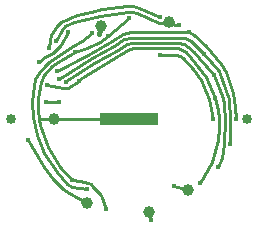
<source format=gbl>
G04 #@! TF.GenerationSoftware,KiCad,Pcbnew,(5.1.8)-1*
G04 #@! TF.CreationDate,2021-06-14T15:46:15+01:00*
G04 #@! TF.ProjectId,amulet,616d756c-6574-42e6-9b69-6361645f7063,rev?*
G04 #@! TF.SameCoordinates,Original*
G04 #@! TF.FileFunction,Copper,L2,Bot*
G04 #@! TF.FilePolarity,Positive*
%FSLAX46Y46*%
G04 Gerber Fmt 4.6, Leading zero omitted, Abs format (unit mm)*
G04 Created by KiCad (PCBNEW (5.1.8)-1) date 2021-06-14 15:46:15*
%MOMM*%
%LPD*%
G01*
G04 APERTURE LIST*
G04 #@! TA.AperFunction,ComponentPad*
%ADD10C,0.850000*%
G04 #@! TD*
G04 #@! TA.AperFunction,SMDPad,CuDef*
%ADD11C,1.000000*%
G04 #@! TD*
G04 #@! TA.AperFunction,SMDPad,CuDef*
%ADD12R,5.000000X1.000000*%
G04 #@! TD*
G04 #@! TA.AperFunction,ViaPad*
%ADD13C,0.400000*%
G04 #@! TD*
G04 #@! TA.AperFunction,Conductor*
%ADD14C,0.240000*%
G04 #@! TD*
G04 #@! TA.AperFunction,Conductor*
%ADD15C,0.250000*%
G04 #@! TD*
G04 #@! TA.AperFunction,Conductor*
%ADD16C,0.200000*%
G04 #@! TD*
G04 #@! TA.AperFunction,Conductor*
%ADD17C,0.400000*%
G04 #@! TD*
G04 APERTURE END LIST*
D10*
G04 #@! TO.P,REF\u002A\u002A,1*
G04 #@! TO.N,VDD*
X90000000Y-100000000D03*
G04 #@! TD*
G04 #@! TO.P,REF\u002A\u002A,1*
G04 #@! TO.N,VDD*
X110000000Y-100000000D03*
G04 #@! TD*
D11*
G04 #@! TO.P,TP9,1*
G04 #@! TO.N,/PA6*
X96390000Y-107130000D03*
G04 #@! TD*
G04 #@! TO.P,TP8,1*
G04 #@! TO.N,/PA5*
X103360000Y-91810000D03*
G04 #@! TD*
G04 #@! TO.P,TP7,1*
G04 #@! TO.N,/PA4*
X105000000Y-106000000D03*
G04 #@! TD*
G04 #@! TO.P,TP6,1*
G04 #@! TO.N,VDD*
X101660000Y-107860000D03*
G04 #@! TD*
G04 #@! TO.P,TP5,1*
G04 #@! TO.N,GND*
X93660000Y-100000000D03*
G04 #@! TD*
G04 #@! TO.P,TP4,1*
G04 #@! TO.N,Net-(TP4-Pad1)*
X97600000Y-92150000D03*
G04 #@! TD*
D12*
G04 #@! TO.P,TP2,1*
G04 #@! TO.N,GND*
X100000000Y-100000000D03*
G04 #@! TD*
D13*
G04 #@! TO.N,VDD*
X101870000Y-108560000D03*
G04 #@! TO.N,GND*
X95390000Y-94340000D03*
X95150000Y-105140000D03*
X98210000Y-92960000D03*
X100010000Y-91430000D03*
X98000000Y-107600000D03*
G04 #@! TO.N,Net-(D1-Pad2)*
X93000000Y-97150000D03*
X107290000Y-98180000D03*
X106010000Y-105420000D03*
X95710000Y-96780000D03*
G04 #@! TO.N,Net-(D10-Pad2)*
X94080000Y-98580000D03*
X92910000Y-98580000D03*
X107140000Y-96230000D03*
X107550000Y-104060000D03*
X94620000Y-96820000D03*
G04 #@! TO.N,Net-(D11-Pad2)*
X106300000Y-94450000D03*
X108550000Y-102130000D03*
X94010000Y-96580000D03*
G04 #@! TO.N,Net-(D4-Pad2)*
X93838294Y-95923923D03*
X109070000Y-99980000D03*
X105080000Y-92640000D03*
G04 #@! TO.N,/BUTTON*
X96390000Y-105930000D03*
X96880000Y-92700000D03*
G04 #@! TO.N,/PA4*
X102590000Y-91330000D03*
X102590000Y-94550000D03*
X107100000Y-100000000D03*
X93170000Y-94010000D03*
X103760000Y-105680000D03*
G04 #@! TO.N,/PA5*
X104200000Y-92030000D03*
X93810000Y-93350000D03*
G04 #@! TO.N,/PA6*
X94790000Y-92640000D03*
X92370000Y-95140000D03*
X91450000Y-101740000D03*
G04 #@! TO.N,Net-(TP4-Pad1)*
X97470000Y-92820000D03*
G04 #@! TD*
D14*
G04 #@! TO.N,VDD*
X101660000Y-107860000D02*
X101870000Y-108560000D01*
G04 #@! TO.N,GND*
X96400000Y-93950000D02*
X95390000Y-94340000D01*
X97490000Y-93440000D02*
X96400000Y-93950000D01*
X98210000Y-92960000D02*
X97490000Y-93440000D01*
X98210000Y-92960000D02*
X100010000Y-91430000D01*
X94150000Y-104020000D02*
X95150000Y-105140000D01*
X92440000Y-100470000D02*
X93150000Y-102390000D01*
X93150000Y-102390000D02*
X94150000Y-104020000D01*
X92383357Y-99986643D02*
X93000000Y-100000000D01*
X92383357Y-99986643D02*
X92440000Y-100470000D01*
X100000000Y-100000000D02*
X96000000Y-100000000D01*
X96000000Y-100000000D02*
X93000000Y-100000000D01*
X92280000Y-98200000D02*
X92290000Y-99190000D01*
X92490000Y-96900000D02*
X92280000Y-98200000D01*
X92820000Y-96260000D02*
X92490000Y-96900000D01*
X93480000Y-95540000D02*
X92820000Y-96260000D01*
X93930000Y-95200000D02*
X93480000Y-95540000D01*
X92290000Y-99190000D02*
X92383357Y-99986643D01*
X95400000Y-94340000D02*
X93930000Y-95200000D01*
X96490000Y-105390000D02*
X95830000Y-105270000D01*
X96770000Y-105520000D02*
X96490000Y-105390000D01*
X96960000Y-105740000D02*
X96770000Y-105520000D01*
X95830000Y-105270000D02*
X95150000Y-105140000D01*
X97580000Y-106450000D02*
X96960000Y-105740000D01*
X98000000Y-107600000D02*
X97580000Y-106450000D01*
G04 #@! TO.N,Net-(D1-Pad2)*
X107550000Y-99190000D02*
X107290000Y-98180000D01*
X107630000Y-99940000D02*
X107550000Y-99190000D01*
X107510000Y-101810000D02*
X107610000Y-100720000D01*
X107000000Y-103630000D02*
X107510000Y-101810000D01*
X107610000Y-100720000D02*
X107630000Y-99940000D01*
X106010000Y-105420000D02*
X107000000Y-103630000D01*
X106530000Y-96410000D02*
X107290000Y-98180000D01*
X105250000Y-94850000D02*
X106530000Y-96410000D01*
X104790000Y-94350000D02*
X105250000Y-94850000D01*
X104480000Y-94130000D02*
X104790000Y-94350000D01*
X104090000Y-94020000D02*
X104480000Y-94130000D01*
X99930000Y-94110000D02*
X100320000Y-94020000D01*
X99310000Y-94490000D02*
X99930000Y-94110000D01*
X100320000Y-94020000D02*
X104090000Y-94020000D01*
X95820000Y-96640000D02*
X99310000Y-94490000D01*
X95710000Y-96780000D02*
X95820000Y-96640000D01*
X95710000Y-96780000D02*
X94810000Y-97350000D01*
X94810000Y-97350000D02*
X94400000Y-97350000D01*
X94400000Y-97350000D02*
X93000000Y-97150000D01*
D15*
G04 #@! TO.N,Net-(D10-Pad2)*
X94080000Y-98580000D02*
X92910000Y-98580000D01*
D14*
X107790000Y-97780000D02*
X107140000Y-96230000D01*
X107930000Y-98240000D02*
X107790000Y-97780000D01*
X108010000Y-98740000D02*
X107930000Y-98240000D01*
X108080000Y-100100000D02*
X108010000Y-98740000D01*
X108030000Y-102110000D02*
X108080000Y-100100000D01*
X107820000Y-103260000D02*
X108030000Y-102110000D01*
X107550000Y-104060000D02*
X107820000Y-103260000D01*
X99770000Y-93660000D02*
X100210000Y-93560000D01*
X94620000Y-96820000D02*
X94630000Y-96760000D01*
X105450000Y-94350000D02*
X105930000Y-94870000D01*
X94630000Y-96760000D02*
X97040000Y-95280000D01*
X97040000Y-95280000D02*
X99070000Y-94110000D01*
X100210000Y-93560000D02*
X104164730Y-93565270D01*
X99070000Y-94110000D02*
X99770000Y-93660000D01*
X104164730Y-93565270D02*
X104590000Y-93640000D01*
X104590000Y-93640000D02*
X104970000Y-93880000D01*
X104970000Y-93880000D02*
X105450000Y-94350000D01*
X105930000Y-94870000D02*
X107140000Y-96230000D01*
G04 #@! TO.N,Net-(D11-Pad2)*
X107590000Y-95940000D02*
X106300000Y-94450000D01*
X108420000Y-98280000D02*
X108210000Y-97610000D01*
X108540000Y-100010000D02*
X108420000Y-98280000D01*
X108210000Y-97610000D02*
X107590000Y-95940000D01*
X108550000Y-102130000D02*
X108540000Y-100010000D01*
X104370000Y-93100000D02*
X102650000Y-93100000D01*
X104740000Y-93160000D02*
X104370000Y-93100000D01*
X105200000Y-93400000D02*
X104740000Y-93160000D01*
X106300000Y-94450000D02*
X105200000Y-93400000D01*
X96880000Y-94850000D02*
X98720000Y-93790000D01*
X98720000Y-93790000D02*
X99550000Y-93250000D01*
X94010000Y-96580000D02*
X96880000Y-94850000D01*
X99550000Y-93250000D02*
X100120000Y-93110000D01*
X100120000Y-93110000D02*
X102272268Y-93100000D01*
X102272268Y-93100000D02*
X102700000Y-93100000D01*
G04 #@! TO.N,Net-(D4-Pad2)*
X108990000Y-98990000D02*
X109070000Y-99980000D01*
X108800000Y-97830000D02*
X108990000Y-98990000D01*
X108220000Y-96000000D02*
X108800000Y-97830000D01*
X106500000Y-93830000D02*
X107790000Y-95370000D01*
X107790000Y-95370000D02*
X108220000Y-96000000D01*
X105490000Y-92920000D02*
X106500000Y-93830000D01*
X105080000Y-92640000D02*
X105490000Y-92920000D01*
X96500000Y-94550000D02*
X93838294Y-95923923D01*
X98528059Y-93378059D02*
X96500000Y-94550000D01*
X99440000Y-92780000D02*
X98528059Y-93378059D01*
X100110000Y-92640000D02*
X99440000Y-92780000D01*
X105080000Y-92640000D02*
X100110000Y-92640000D01*
G04 #@! TO.N,/BUTTON*
X92180000Y-101350000D02*
X92800000Y-102840000D01*
X96880000Y-92700000D02*
X96030000Y-93360000D01*
X93706999Y-94820686D02*
X93170000Y-95140000D01*
X94690000Y-105530000D02*
X95160000Y-105760000D01*
X96030000Y-93360000D02*
X95270000Y-93819999D01*
X92800000Y-102840000D02*
X93840000Y-104500000D01*
X95270000Y-93819999D02*
X95010000Y-93940000D01*
X95010000Y-93940000D02*
X94205902Y-94528810D01*
X94205902Y-94528810D02*
X93706999Y-94820686D01*
X93170000Y-95140000D02*
X92860000Y-95480000D01*
X92340000Y-96060000D02*
X92050000Y-96590000D01*
X92860000Y-95480000D02*
X92340000Y-96060000D01*
X92050000Y-96590000D02*
X91860000Y-97750000D01*
X93840000Y-104500000D02*
X94690000Y-105530000D01*
X91860000Y-97750000D02*
X91764736Y-98595264D01*
X95160000Y-105760000D02*
X96390000Y-105930000D01*
X91764736Y-98595264D02*
X91850000Y-99860000D01*
X91850000Y-99860000D02*
X92180000Y-101350000D01*
G04 #@! TO.N,/PA4*
X106760000Y-98310000D02*
X107100000Y-100000000D01*
X106110000Y-96700000D02*
X106760000Y-98310000D01*
X105400000Y-95750000D02*
X106110000Y-96700000D01*
X104560000Y-94790000D02*
X105400000Y-95750000D01*
X102590000Y-94550000D02*
X103960000Y-94560000D01*
X104270000Y-94620000D02*
X104560000Y-94790000D01*
X103960000Y-94560000D02*
X104270000Y-94620000D01*
X104980000Y-105990000D02*
X105000000Y-106000000D01*
X103760000Y-105680000D02*
X104980000Y-105990000D01*
X100350000Y-90450000D02*
X100780000Y-90560000D01*
X99170000Y-90500000D02*
X99830000Y-90460000D01*
X97730000Y-90660000D02*
X99170000Y-90500000D01*
X96800000Y-90900000D02*
X97730000Y-90660000D01*
X95600000Y-91200000D02*
X96800000Y-90900000D01*
X94210000Y-91800000D02*
X95600000Y-91200000D01*
X93870000Y-92120000D02*
X94210000Y-91800000D01*
X99830000Y-90460000D02*
X100350000Y-90450000D01*
X93380000Y-92880000D02*
X93870000Y-92120000D01*
X93270000Y-93340000D02*
X93380000Y-92880000D01*
X100780000Y-90560000D02*
X102590000Y-91330000D01*
X93170000Y-94010000D02*
X93270000Y-93340000D01*
G04 #@! TO.N,/PA5*
X103500000Y-91960000D02*
X103500000Y-91780000D01*
X100220000Y-90910000D02*
X100640000Y-91050000D01*
X100640000Y-91050000D02*
X102490000Y-91870000D01*
X99900000Y-90910000D02*
X100220000Y-90910000D01*
X102490000Y-91870000D02*
X104200000Y-92030000D01*
X97490000Y-91300000D02*
X99330000Y-90980000D01*
X95360000Y-91800000D02*
X97490000Y-91300000D01*
X94520000Y-92160000D02*
X95360000Y-91800000D01*
X99330000Y-90980000D02*
X99900000Y-90910000D01*
X94280000Y-92430000D02*
X94520000Y-92160000D01*
X93810000Y-93350000D02*
X94280000Y-92430000D01*
G04 #@! TO.N,/PA6*
X92900000Y-94760000D02*
X92370000Y-95140000D01*
X93510000Y-94420000D02*
X92900000Y-94760000D01*
X94250000Y-93710000D02*
X93510000Y-94420000D01*
X94790000Y-92640000D02*
X94250000Y-93710000D01*
X94920000Y-106300000D02*
X96390000Y-107130000D01*
X94400000Y-105920000D02*
X94920000Y-106300000D01*
X93530000Y-105090000D02*
X94400000Y-105920000D01*
X92820000Y-104030000D02*
X93530000Y-105090000D01*
X91450000Y-101740000D02*
X92820000Y-104030000D01*
D16*
G04 #@! TO.N,Net-(TP4-Pad1)*
X97610000Y-92310000D02*
X97600000Y-92170000D01*
D17*
X97470000Y-92820000D02*
X97610000Y-92310000D01*
G04 #@! TD*
M02*

</source>
